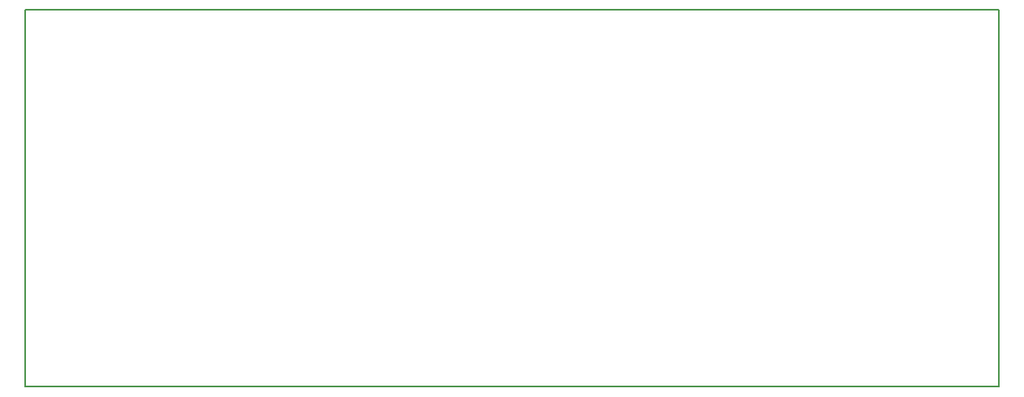
<source format=gbr>
G04 #@! TF.GenerationSoftware,KiCad,Pcbnew,5.0.1+dfsg1-2*
G04 #@! TF.CreationDate,2019-02-06T11:22:59+01:00*
G04 #@! TF.ProjectId,encoder-board,656E636F6465722D626F6172642E6B69,rev?*
G04 #@! TF.SameCoordinates,Original*
G04 #@! TF.FileFunction,Profile,NP*
%FSLAX46Y46*%
G04 Gerber Fmt 4.6, Leading zero omitted, Abs format (unit mm)*
G04 Created by KiCad (PCBNEW 5.0.1+dfsg1-2) date Mi 06 Feb 2019 11:22:59 CET*
%MOMM*%
%LPD*%
G01*
G04 APERTURE LIST*
%ADD10C,0.150000*%
G04 APERTURE END LIST*
D10*
X102870000Y-85090000D02*
X102870000Y-124460000D01*
X102870000Y-124460000D02*
X204470000Y-124460000D01*
X204470000Y-85090000D02*
X102870000Y-85090000D01*
X204470000Y-124460000D02*
X204470000Y-85090000D01*
M02*

</source>
